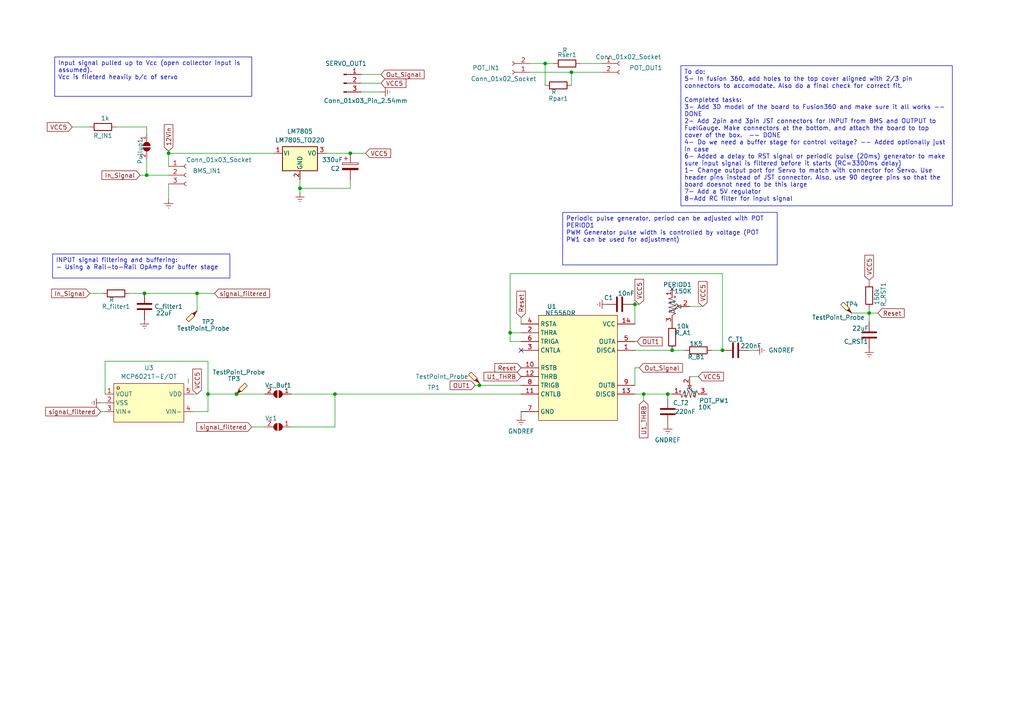
<source format=kicad_sch>
(kicad_sch (version 20230121) (generator eeschema)
  (paper "A4")
  (lib_symbols
    (symbol "Connector:Conn_01x02_Socket" (pin_names (offset 1.016) hide)
      (property "Reference" "J" (at 0 2.54 0))
      (property "Value" "Conn_01x02_Socket" (at 0 -5.08 0))
      (symbol "Conn_01x02_Socket_1_1"
        (arc (start 0 -2.032) (mid -0.5058 -2.54) (end 0 -3.048) (stroke (width 0.1524)))
        (polyline (pts (xy -1.27 -2.54) (xy -0.508 -2.54)) (stroke (width 0.1524)))
        (polyline (pts (xy -1.27 0) (xy -0.508 0)) (stroke (width 0.1524)))
        (arc (start 0 0.508) (mid -0.5058 0) (end 0 -0.508) (stroke (width 0.1524)))
        (pin passive line (at -5.08 0 0) (length 3.81) (name "Pin_1") (number "1"))
        (pin passive line (at -5.08 -2.54 0) (length 3.81) (name "Pin_2") (number "2"))
      )
    )
    (symbol "Connector:Conn_01x03_Pin" (pin_names (offset 1.016) hide)
      (property "Reference" "J" (at 0 5.08 0))
      (property "Value" "Conn_01x03_Pin" (at 0 -5.08 0))
      (symbol "Conn_01x03_Pin_1_1"
        (polyline (pts (xy 1.27 -2.54) (xy 0.8636 -2.54)) (stroke (width 0.1524)))
        (polyline (pts (xy 1.27 0) (xy 0.8636 0)) (stroke (width 0.1524)))
        (polyline (pts (xy 1.27 2.54) (xy 0.8636 2.54)) (stroke (width 0.1524)))
        (rectangle (start 0.8636 -2.413) (end 0 -2.667) (stroke (width 0.1524)) (fill (type outline)))
        (rectangle (start 0.8636 0.127) (end 0 -0.127) (stroke (width 0.1524)) (fill (type outline)))
        (rectangle (start 0.8636 2.667) (end 0 2.413) (stroke (width 0.1524)) (fill (type outline)))
        (pin passive line (at 5.08 2.54 180) (length 3.81) (name "Pin_1") (number "1"))
        (pin passive line (at 5.08 0 180) (length 3.81) (name "Pin_2") (number "2"))
        (pin passive line (at 5.08 -2.54 180) (length 3.81) (name "Pin_3") (number "3"))
      )
    )
    (symbol "Connector:Conn_01x03_Socket" (pin_names (offset 1.016) hide)
      (property "Reference" "J" (at 0 5.08 0))
      (property "Value" "Conn_01x03_Socket" (at 0 -5.08 0))
      (symbol "Conn_01x03_Socket_1_1"
        (arc (start 0 -2.032) (mid -0.5058 -2.54) (end 0 -3.048) (stroke (width 0.1524)))
        (polyline (pts (xy -1.27 -2.54) (xy -0.508 -2.54)) (stroke (width 0.1524)))
        (polyline (pts (xy -1.27 0) (xy -0.508 0)) (stroke (width 0.1524)))
        (polyline (pts (xy -1.27 2.54) (xy -0.508 2.54)) (stroke (width 0.1524)))
        (arc (start 0 0.508) (mid -0.5058 0) (end 0 -0.508) (stroke (width 0.1524)))
        (arc (start 0 3.048) (mid -0.5058 2.54) (end 0 2.032) (stroke (width 0.1524)))
        (pin passive line (at -5.08 2.54 0) (length 3.81) (name "Pin_1") (number "1"))
        (pin passive line (at -5.08 0 0) (length 3.81) (name "Pin_2") (number "2"))
        (pin passive line (at -5.08 -2.54 0) (length 3.81) (name "Pin_3") (number "3"))
      )
    )
    (symbol "Connector:TestPoint_Probe" (pin_numbers hide) (pin_names (offset 0.762) hide)
      (property "Reference" "TP" (at 1.651 5.842 0))
      (property "Value" "TestPoint_Probe" (at 1.651 4.064 0))
      (symbol "TestPoint_Probe_0_1"
        (polyline (pts (xy 1.27 0.762) (xy 0 0) (xy 0.762 1.27) (xy 1.27 0.762)) (fill (type outline)))
        (polyline (pts (xy 1.397 0.635) (xy 0.635 1.397) (xy 2.413 3.175) (xy 3.175 2.413) (xy 1.397 0.635)) (fill (type background)))
      )
      (symbol "TestPoint_Probe_1_1"
        (pin passive line (at 0 0 90) (length 0) (name "1") (number "1"))
      )
    )
    (symbol "Device:C" (pin_numbers hide) (pin_names (offset 0.254))
      (property "Reference" "C" (at 0.635 2.54 0))
      (property "Value" "C" (at 0.635 -2.54 0))
      (symbol "C_0_1"
        (polyline (pts (xy -2.032 -0.762) (xy 2.032 -0.762)) (stroke (width 0.508)))
        (polyline (pts (xy -2.032 0.762) (xy 2.032 0.762)) (stroke (width 0.508)))
      )
      (symbol "C_1_1"
        (pin passive line (at 0 3.81 270) (length 2.794) (name "~") (number "1"))
        (pin passive line (at 0 -3.81 90) (length 2.794) (name "~") (number "2"))
      )
    )
    (symbol "Device:C_Polarized" (pin_numbers hide) (pin_names (offset 0.254))
      (property "Reference" "C" (at 0.635 2.54 0))
      (property "Value" "C_Polarized" (at 0.635 -2.54 0))
      (symbol "C_Polarized_0_1"
        (rectangle (start -2.286 0.508) (end 2.286 1.016))
        (polyline (pts (xy -1.778 2.286) (xy -0.762 2.286)))
        (polyline (pts (xy -1.27 2.794) (xy -1.27 1.778)))
        (rectangle (start 2.286 -0.508) (end -2.286 -1.016) (fill (type outline)))
      )
      (symbol "C_Polarized_1_1"
        (pin passive line (at 0 3.81 270) (length 2.794) (name "~") (number "1"))
        (pin passive line (at 0 -3.81 90) (length 2.794) (name "~") (number "2"))
      )
    )
    (symbol "Device:R" (pin_numbers hide) (pin_names (offset 0))
      (property "Reference" "R" (at 2.032 0 90))
      (property "Value" "R" (at 0 0 90))
      (symbol "R_0_1"
        (rectangle (start -1.016 -2.54) (end 1.016 2.54) (stroke (width 0.254)))
      )
      (symbol "R_1_1"
        (pin passive line (at 0 3.81 270) (length 1.27) (name "~") (number "1"))
        (pin passive line (at 0 -3.81 90) (length 1.27) (name "~") (number "2"))
      )
    )
    (symbol "Jumper:SolderJumper_2_Open" (pin_names (offset 0) hide)
      (property "Reference" "JP" (at 0 2.032 0))
      (property "Value" "SolderJumper_2_Open" (at 0 -2.54 0))
      (symbol "SolderJumper_2_Open_0_1"
        (arc (start -0.254 1.016) (mid -1.2656 0) (end -0.254 -1.016))
        (arc (start -0.254 1.016) (mid -1.2656 0) (end -0.254 -1.016) (fill (type outline)))
        (polyline (pts (xy -0.254 1.016) (xy -0.254 -1.016)))
        (polyline (pts (xy 0.254 1.016) (xy 0.254 -1.016)))
        (arc (start 0.254 -1.016) (mid 1.2656 0) (end 0.254 1.016))
        (arc (start 0.254 -1.016) (mid 1.2656 0) (end 0.254 1.016) (fill (type outline)))
      )
      (symbol "SolderJumper_2_Open_1_1"
        (pin passive line (at -3.81 0 0) (length 2.54) (name "A") (number "1"))
        (pin passive line (at 3.81 0 180) (length 2.54) (name "B") (number "2"))
      )
    )
    (symbol "Regulator_Linear:LM7805_TO220" (pin_names (offset 0.254))
      (property "Reference" "U" (at -3.81 3.175 0))
      (property "Value" "LM7805_TO220" (at 0 3.175 0))
      (symbol "LM7805_TO220_0_1"
        (rectangle (start -5.08 1.905) (end 5.08 -5.08) (stroke (width 0.254)) (fill (type background)))
      )
      (symbol "LM7805_TO220_1_1"
        (pin power_in line (at -7.62 0 0) (length 2.54) (name "VI") (number "1"))
        (pin power_in line (at 0 -7.62 90) (length 2.54) (name "GND") (number "2"))
        (pin power_out line (at 7.62 0 180) (length 2.54) (name "VO") (number "3"))
      )
    )
    (symbol "easyeda2kicad:601030"
      (property "Reference" "R" (at 0 10.16 0))
      (property "Value" "601030" (at 0 -5.08 0))
      (symbol "601030_0_1"
        (circle (center -2.79 0.76) (radius 0.25))
        (polyline (pts (xy -2.29 -1.02) (xy -2.54 0)))
        (polyline (pts (xy -1.52 1.02) (xy -2.29 -1.02)))
        (polyline (pts (xy -1.02 -1.02) (xy -1.52 1.02)))
        (polyline (pts (xy -0.25 1.02) (xy -1.02 -1.02)))
        (polyline (pts (xy 0 2.54) (xy 0 1.52)))
        (polyline (pts (xy 0.25 -1.02) (xy -0.25 1.02)))
        (polyline (pts (xy 0.76 1.02) (xy 0.25 -1.02)))
        (polyline (pts (xy 1.52 -1.02) (xy 0.76 1.02)))
        (polyline (pts (xy 2.03 1.02) (xy 1.52 -1.02)))
        (polyline (pts (xy 2.54 0) (xy 2.03 1.02)))
        (polyline (pts (xy 0.51 2.54) (xy 0 1.52) (xy -0.51 2.54) (xy 0.51 2.54)) (fill (type background)))
        (pin unspecified line (at -5.08 0 0) (length 2.54) (name "1") (number "1"))
        (pin unspecified line (at 0 5.08 270) (length 2.54) (name "2") (number "2"))
        (pin unspecified line (at 5.08 0 180) (length 2.54) (name "3") (number "3"))
      )
    )
    (symbol "easyeda2kicad:MCP6021T-E_OT"
      (property "Reference" "U" (at 0 7.62 0))
      (property "Value" "MCP6021T-E/OT" (at 0 -7.62 0))
      (symbol "MCP6021T-E_OT_0_1"
        (rectangle (start -10.16 5.59) (end 10.16 -5.59) (fill (type background)))
        (circle (center -8.89 4.32) (radius 0.38))
        (circle (center -8.89 4.32) (radius 0.38))
        (pin unspecified line (at -12.7 2.54 0) (length 2.54) (name "VOUT") (number "1"))
        (pin unspecified line (at -12.7 0 0) (length 2.54) (name "VSS") (number "2"))
        (pin unspecified line (at -12.7 -2.54 0) (length 2.54) (name "VIN+") (number "3"))
        (pin unspecified line (at 12.7 -2.54 180) (length 2.54) (name "VIN-") (number "4"))
        (pin unspecified line (at 12.7 2.54 180) (length 2.54) (name "VDD") (number "5"))
      )
    )
    (symbol "easyeda2kicad:NE556DR"
      (property "Reference" "U" (at 0 17.78 0))
      (property "Value" "NE556DR" (at 0 -17.78 0))
      (symbol "NE556DR_0_1"
        (rectangle (start -11.43 15.24) (end 11.43 -15.24) (fill (type background)))
        (pin unspecified line (at 16.51 5.08 180) (length 5.08) (name "DISCA") (number "1"))
        (pin unspecified line (at -16.51 0 0) (length 5.08) (name "RSTB") (number "10"))
        (pin unspecified line (at -16.51 -7.62 0) (length 5.08) (name "CNTLB") (number "11"))
        (pin unspecified line (at -16.51 -2.54 0) (length 5.08) (name "THRB") (number "12"))
        (pin unspecified line (at 16.51 -7.62 180) (length 5.08) (name "DISCB") (number "13"))
        (pin power_in line (at 16.51 12.7 180) (length 5.08) (name "VCC") (number "14"))
        (pin unspecified line (at -16.51 10.16 0) (length 5.08) (name "THRA") (number "2"))
        (pin unspecified line (at -16.51 5.08 0) (length 5.08) (name "CNTLA") (number "3"))
        (pin unspecified line (at -16.51 12.7 0) (length 5.08) (name "RSTA") (number "4"))
        (pin output line (at 16.51 7.62 180) (length 5.08) (name "OUTA") (number "5"))
        (pin unspecified line (at -16.51 7.62 0) (length 5.08) (name "TRIGA") (number "6"))
        (pin power_in line (at -16.51 -12.7 0) (length 5.08) (name "GND") (number "7"))
        (pin unspecified line (at -16.51 -5.08 0) (length 5.08) (name "TRIGB") (number "8"))
        (pin output line (at 16.51 -5.08 180) (length 5.08) (name "OUTB") (number "9"))
      )
    )
    (symbol "power:GNDREF" (power) (pin_names (offset 0))
      (property "Value" "GNDREF" (at 0 -3.81 0))
      (symbol "GNDREF_0_1"
        (polyline (pts (xy -0.635 -1.905) (xy 0.635 -1.905)))
        (polyline (pts (xy -0.127 -2.54) (xy 0.127 -2.54)))
        (polyline (pts (xy 0 -1.27) (xy 0 0)))
        (polyline (pts (xy 1.27 -1.27) (xy -1.27 -1.27)))
      )
      (symbol "GNDREF_1_1"
        (pin power_in line (at 0 0 270) (length 0) hide (name "GNDREF") (number "1"))
      )
    )
  )
  (junction (at 194.945 101.6))
  (junction (at 186.69 114.3))
  (junction (at 57.15 85.09))
  (junction (at 184.15 88.265))
  (junction (at 48.895 44.45))
  (junction (at 101.6 44.45))
  (junction (at 158.115 18.415))
  (junction (at 41.91 85.09))
  (junction (at 147.955 96.52))
  (junction (at 209.55 101.6))
  (junction (at 97.155 114.3))
  (junction (at 139.065 111.76))
  (junction (at 86.995 54.61))
  (junction (at 193.675 114.3))
  (junction (at 165.735 20.955))
  (junction (at 68.58 114.3))
  (junction (at 42.545 50.8))
  (junction (at 60.325 114.3))
  (junction (at 252.095 90.805))
  (no_connect (at 194.945 83.82))
  (no_connect (at 151.13 101.6))
  (wire (pts (xy 247.015 90.805) (xy 252.095 90.805)))
  (wire (pts (xy 57.15 85.09) (xy 62.23 85.09)))
  (wire (pts (xy 184.15 106.68) (xy 185.42 106.68)))
  (wire (pts (xy 165.735 20.955) (xy 174.625 20.955)))
  (wire (pts (xy 186.69 114.3) (xy 193.675 114.3)))
  (wire (pts (xy 184.15 114.3) (xy 186.69 114.3)))
  (wire (pts (xy 48.895 53.34) (xy 48.895 57.785)))
  (wire (pts (xy 110.49 21.59) (xy 104.775 21.59)))
  (wire (pts (xy 153.67 18.415) (xy 158.115 18.415)))
  (wire (pts (xy 48.895 44.45) (xy 79.375 44.45)))
  (wire (pts (xy 60.325 114.3) (xy 60.325 119.38)))
  (wire (pts (xy 153.67 20.955) (xy 165.735 20.955)))
  (wire (pts (xy 54.61 111.125) (xy 54.61 109.855)))
  (wire (pts (xy 151.13 99.06) (xy 147.955 99.06)))
  (wire (pts (xy 40.64 50.8) (xy 42.545 50.8)))
  (wire (pts (xy 60.325 104.775) (xy 60.325 114.3)))
  (wire (pts (xy 48.895 43.815) (xy 48.895 44.45)))
  (wire (pts (xy 86.995 55.88) (xy 86.995 54.61)))
  (wire (pts (xy 184.15 101.6) (xy 194.945 101.6)))
  (wire (pts (xy 193.675 114.3) (xy 194.945 114.3)))
  (wire (pts (xy 57.15 114.3) (xy 55.88 114.3)))
  (wire (pts (xy 97.155 114.3) (xy 151.13 114.3)))
  (wire (pts (xy 41.91 85.09) (xy 57.15 85.09)))
  (wire (pts (xy 86.995 54.61) (xy 86.995 52.07)))
  (wire (pts (xy 147.955 99.06) (xy 147.955 96.52)))
  (wire (pts (xy 137.795 111.76) (xy 139.065 111.76)))
  (wire (pts (xy 84.455 123.825) (xy 97.155 123.825)))
  (wire (pts (xy 42.545 46.355) (xy 42.545 50.8)))
  (wire (pts (xy 202.565 109.22) (xy 200.025 109.22)))
  (wire (pts (xy 209.55 101.6) (xy 209.55 79.375)))
  (wire (pts (xy 42.545 36.83) (xy 33.655 36.83)))
  (wire (pts (xy 60.325 114.3) (xy 68.58 114.3)))
  (wire (pts (xy 151.13 92.075) (xy 151.13 93.98)))
  (wire (pts (xy 193.675 115.57) (xy 193.675 114.3)))
  (wire (pts (xy 203.835 88.9) (xy 200.025 88.9)))
  (wire (pts (xy 252.095 81.28) (xy 252.095 81.915)))
  (wire (pts (xy 158.115 18.415) (xy 160.655 18.415)))
  (wire (pts (xy 110.49 26.67) (xy 104.775 26.67)))
  (wire (pts (xy 206.375 101.6) (xy 209.55 101.6)))
  (wire (pts (xy 84.455 114.3) (xy 97.155 114.3)))
  (wire (pts (xy 42.545 50.8) (xy 48.895 50.8)))
  (wire (pts (xy 60.325 119.38) (xy 55.88 119.38)))
  (wire (pts (xy 185.42 88.265) (xy 184.15 88.265)))
  (wire (pts (xy 37.465 85.09) (xy 41.91 85.09)))
  (wire (pts (xy 165.735 20.955) (xy 165.735 24.765)))
  (wire (pts (xy 158.115 18.415) (xy 158.115 24.765)))
  (wire (pts (xy 209.55 79.375) (xy 147.955 79.375)))
  (wire (pts (xy 252.095 90.805) (xy 252.095 93.345)))
  (wire (pts (xy 26.035 85.09) (xy 29.845 85.09)))
  (wire (pts (xy 57.15 85.09) (xy 57.15 90.17)))
  (wire (pts (xy 29.21 116.84) (xy 30.48 116.84)))
  (wire (pts (xy 68.58 114.3) (xy 76.835 114.3)))
  (wire (pts (xy 101.6 54.61) (xy 86.995 54.61)))
  (wire (pts (xy 151.13 120.65) (xy 151.13 119.38)))
  (wire (pts (xy 106.045 44.45) (xy 101.6 44.45)))
  (wire (pts (xy 110.49 24.13) (xy 104.775 24.13)))
  (wire (pts (xy 101.6 44.45) (xy 94.615 44.45)))
  (wire (pts (xy 30.48 114.3) (xy 30.48 104.775)))
  (wire (pts (xy 147.955 96.52) (xy 151.13 96.52)))
  (wire (pts (xy 20.955 36.83) (xy 26.035 36.83)))
  (wire (pts (xy 184.15 88.265) (xy 183.515 88.265)))
  (wire (pts (xy 139.065 111.125) (xy 139.065 111.76)))
  (wire (pts (xy 139.065 111.76) (xy 151.13 111.76)))
  (wire (pts (xy 217.17 101.6) (xy 219.075 101.6)))
  (wire (pts (xy 73.025 123.825) (xy 76.835 123.825)))
  (wire (pts (xy 186.69 116.205) (xy 186.69 114.3)))
  (wire (pts (xy 48.895 44.45) (xy 48.895 48.26)))
  (wire (pts (xy 168.275 18.415) (xy 174.625 18.415)))
  (wire (pts (xy 252.095 89.535) (xy 252.095 90.805)))
  (wire (pts (xy 184.785 99.06) (xy 184.15 99.06)))
  (wire (pts (xy 101.6 52.07) (xy 101.6 54.61)))
  (wire (pts (xy 194.945 101.6) (xy 198.755 101.6)))
  (wire (pts (xy 30.48 104.775) (xy 60.325 104.775)))
  (wire (pts (xy 42.545 36.83) (xy 42.545 38.735)))
  (wire (pts (xy 29.21 119.38) (xy 30.48 119.38)))
  (wire (pts (xy 184.15 106.68) (xy 184.15 111.76)))
  (wire (pts (xy 97.155 123.825) (xy 97.155 114.3)))
  (wire (pts (xy 147.955 79.375) (xy 147.955 96.52)))
  (wire (pts (xy 252.095 90.805) (xy 254.635 90.805)))
  (wire (pts (xy 184.15 88.265) (xy 184.15 93.98)))
  (text_box "To do:\n5- In fusion 360, add holes to the top cover aligned with 2/3 pin connectors to accomodate. Also do a final check for correct fit.\n\nCompleted tasks:\n3- Add 3D model of the board to Fusion360 and make sure it all works -- DONE\n2- Add 2pin and 3pin JST connectors for INPUT from BMS and OUTPUT to FuelGauge. Make connectors at the bottom, and attach the board to top cover of the box.  -- DONE\n4- Do we need a buffer stage for control voltage? -- Added optionally just in case\n6- Added a delay to RST signal or periodic pulse (20ms) generator to make sure input signal is filtered before it starts (RC=3300ms delay)\n1- Change output port for Servo to match with connector for Servo. Use header pins instead of JST connector. Also, use 90 degree pins so that the board doesnot need to be this large\n7- Add a 5V regulator\n8-Add RC filter for input signal" (at 197.485 19.05 0) (size 78.74 40.64) (effects (font (size 1.27 1.27)) (justify left top)))
  (text_box "Periodic pulse generator, period can be adjusted with POT PERIOD1\nPWM Generator pulse width is controlled by voltage (POT PW1 can be used for adjustment)\n" (at 163.195 61.595 0) (size 62.23 15.24) (effects (font (size 1.27 1.27)) (justify left top)))
  (text_box "Input signal pulled up to Vcc (open collector input is assumed).\nVcc is fileterd heavily b/c of servo " (at 15.875 16.51 0) (size 57.15 11.43) (effects (font (size 1.27 1.27)) (justify left top)))
  (text_box "INPUT signal filtering and buffering:\n- Using a Rail-to-Rail OpAmp for buffer stage\n" (at 15.24 73.66 0) (size 51.435 6.985) (effects (font (size 1.27 1.27)) (justify left top)))
  (global_label "VCC5" (shape input) (at 185.42 88.265 90) (property "Intersheetrefs" "${INTERSHEET_REFS}" (effects hide)))
  (global_label "VCC5" (shape input) (at 106.045 44.45 0) (property "Intersheetrefs" "${INTERSHEET_REFS}" (effects hide)))
  (global_label "OUT1" (shape input) (at 184.785 99.06 0) (property "Intersheetrefs" "${INTERSHEET_REFS}" (effects hide)))
  (global_label "Reset" (shape input) (at 254.635 90.805 0) (property "Intersheetrefs" "${INTERSHEET_REFS}" (effects hide)))
  (global_label "VCC5" (shape input) (at 203.835 88.9 90) (property "Intersheetrefs" "${INTERSHEET_REFS}" (effects hide)))
  (global_label "U1_THRB" (shape input) (at 186.69 116.205 270) (property "Intersheetrefs" "${INTERSHEET_REFS}" (effects hide)))
  (global_label "VCC5" (shape input) (at 202.565 109.22 0) (property "Intersheetrefs" "${INTERSHEET_REFS}" (effects hide)))
  (global_label "signal_filtered" (shape input) (at 29.21 119.38 180) (property "Intersheetrefs" "${INTERSHEET_REFS}" (effects hide)))
  (global_label "In_Signal" (shape input) (at 26.035 85.09 180) (property "Intersheetrefs" "${INTERSHEET_REFS}" (effects hide)))
  (global_label "VCC5" (shape input) (at 110.49 24.13 0) (property "Intersheetrefs" "${INTERSHEET_REFS}" (effects hide)))
  (global_label "U1_THRB" (shape input) (at 151.13 109.22 180) (property "Intersheetrefs" "${INTERSHEET_REFS}" (effects hide)))
  (global_label "In_Signal" (shape input) (at 40.64 50.8 180) (property "Intersheetrefs" "${INTERSHEET_REFS}" (effects hide)))
  (global_label "Out_Signal" (shape input) (at 185.42 106.68 0) (property "Intersheetrefs" "${INTERSHEET_REFS}" (effects hide)))
  (global_label "Out_Signal" (shape input) (at 110.49 21.59 0) (property "Intersheetrefs" "${INTERSHEET_REFS}" (effects hide)))
  (global_label "signal_filtered" (shape input) (at 73.025 123.825 180) (property "Intersheetrefs" "${INTERSHEET_REFS}" (effects hide)))
  (global_label "Reset" (shape input) (at 151.13 92.075 90) (property "Intersheetrefs" "${INTERSHEET_REFS}" (effects hide)))
  (global_label "Reset" (shape input) (at 151.13 106.68 180) (property "Intersheetrefs" "${INTERSHEET_REFS}" (effects hide)))
  (global_label "signal_filtered" (shape input) (at 62.23 85.09 0) (property "Intersheetrefs" "${INTERSHEET_REFS}" (effects hide)))
  (global_label "OUT1" (shape input) (at 137.795 111.76 180) (property "Intersheetrefs" "${INTERSHEET_REFS}" (effects hide)))
  (global_label "VCC5" (shape input) (at 252.095 81.28 90) (property "Intersheetrefs" "${INTERSHEET_REFS}" (effects hide)))
  (global_label "VCC5" (shape input) (at 57.15 114.3 90) (property "Intersheetrefs" "${INTERSHEET_REFS}" (effects hide)))
  (global_label "VCC5" (shape input) (at 20.955 36.83 180) (property "Intersheetrefs" "${INTERSHEET_REFS}" (effects hide)))
  (global_label "12Vin" (shape input) (at 48.895 43.815 90) (property "Intersheetrefs" "${INTERSHEET_REFS}" (effects hide)))
  (symbol (lib_id "Connector:Conn_01x03_Pin") (at 99.695 24.13 0) (unit 1) (in_bom no)
    (property "Reference" "SERVO_OUT1" (at 100.33 18.415 0))
    (property "Value" "Conn_01x03_Pin_2.54mm" (at 106.045 29.21 0))
    (property "Footprint" "Connector_PinHeader_2.54mm:PinHeader_1x03_P2.54mm_Horizontal" (effects hide))
  )
  (symbol (lib_id "Device:R") (at 33.655 85.09 270) (unit 1) (in_bom no)
    (property "Reference" "R_filter1" (at 33.655 88.9 90))
    (property "Value" "R" (at 32.385 86.995 90))
    (property "Footprint" "Resistor_THT:R_Axial_DIN0207_L6.3mm_D2.5mm_P10.16mm_Horizontal" (effects hide))
  )
  (symbol (lib_id "Connector:TestPoint_Probe") (at 139.065 111.125 90) (unit 1) (in_bom no)
    (property "Reference" "TP1" (at 127.635 112.395 90) (effects (justify left)))
    (property "Value" "TestPoint_Probe" (at 135.89 109.22 90) (effects (justify left)))
    (property "Footprint" "TestPoint:TestPoint_Pad_1.5x1.5mm" (effects hide))
  )
  (symbol (lib_id "Jumper:SolderJumper_2_Open") (at 80.645 123.825 180) (unit 1) (in_bom no)
    (property "Reference" "Vc1" (at 76.835 121.285 0) (effects (justify right)))
    (property "Value" "SolderJumper_2_Open" (effects hide))
    (property "Footprint" "Custom:SolderJumper2_Open" (effects hide))
  )
  (symbol (lib_id "Connector:Conn_01x02_Socket") (at 179.705 18.415 0) (unit 1) (in_bom no)
    (property "Reference" "POT_OUT1" (at 187.325 19.685 0))
    (property "Value" "Conn_01x02_Socket" (at 182.245 16.51 0))
    (property "Footprint" "Connector_JST:JST_PH_B2B-PH-K_1x02_P2.00mm_Vertical" (effects hide))
  )
  (symbol (lib_id "power:GNDREF") (at 175.895 88.265 270) (unit 1)
    (property "Reference" "#PWR05" (effects hide))
    (property "Value" "GNDREF" (effects hide))
  )
  (symbol (lib_id "easyeda2kicad:NE556DR") (at 167.64 106.68 0) (unit 1)
    (property "Reference" "U1" (at 160.02 88.9 0))
    (property "Value" "NE556DR" (at 162.56 90.805 0))
    (property "Footprint" "easyeda2kicad:SOIC-14_L8.7-W3.9-P1.27-LS6.0-BL" (effects hide))
    (property "Datasheet" "https://lcsc.com/product-detail/Timer_TI_NE556DR_NE556DR_C7427.html" (effects hide))
    (property "LCSC Part" "C7427" (effects hide))
  )
  (symbol (lib_id "power:GNDREF") (at 193.675 123.19 0) (unit 1)
    (property "Reference" "#PWR010" (effects hide))
    (property "Value" "GNDREF" (at 193.675 127.635 0))
  )
  (symbol (lib_id "power:GNDREF") (at 219.075 101.6 90) (unit 1)
    (property "Reference" "#PWR02" (effects hide))
    (property "Value" "GNDREF" (at 222.885 101.6 90) (effects (justify right)))
  )
  (symbol (lib_id "power:GNDREF") (at 86.995 55.88 0) (unit 1)
    (property "Reference" "#PWR07" (effects hide))
    (property "Value" "GNDREF" (effects hide))
  )
  (symbol (lib_id "easyeda2kicad:MCP6021T-E_OT") (at 43.18 116.84 0) (unit 1)
    (property "Reference" "U3" (at 43.18 106.68 0))
    (property "Value" "MCP6021T-E/OT" (at 43.18 109.22 0))
    (property "Footprint" "easyeda2kicad:SOT-23-5_L3.0-W1.7-P0.95-LS2.8-BR" (effects hide))
    (property "Datasheet" "https://lcsc.com/product-detail/High-speed-WideBandOpAmps_MICROCHIP_MCP6021T-E-OT_MCP6021T-E-OT_C50538.html" (effects hide))
    (property "LCSC Part" "C50538" (effects hide))
  )
  (symbol (lib_id "Connector:TestPoint_Probe") (at 68.58 114.3 0) (unit 1) (in_bom no)
    (property "Reference" "TP3" (at 66.04 109.855 0) (effects (justify left)))
    (property "Value" "TestPoint_Probe" (at 61.595 107.95 0) (effects (justify left)))
    (property "Footprint" "TestPoint:TestPoint_Pad_1.5x1.5mm" (effects hide))
  )
  (symbol (lib_id "power:GNDREF") (at 151.13 120.65 0) (unit 1)
    (property "Reference" "#PWR09" (effects hide))
    (property "Value" "GNDREF" (at 151.13 125.095 0))
  )
  (symbol (lib_id "Device:C") (at 252.095 97.155 180) (unit 1)
    (property "Reference" "C_RST1" (at 248.285 99.06 0))
    (property "Value" "22uF" (at 249.555 95.25 0))
    (property "Footprint" "Capacitor_SMD:C_1206_3216Metric" (effects hide))
    (property "LCSC Param" "C12891" (effects hide))
  )
  (symbol (lib_id "Regulator_Linear:LM7805_TO220") (at 86.995 44.45 0) (unit 1) (in_bom no)
    (property "Reference" "LM7805" (at 86.995 38.1 0))
    (property "Value" "LM7805_TO220" (at 86.995 40.64 0))
    (property "Footprint" "Package_TO_SOT_THT:TO-220-3_Vertical" (effects hide))
    (property "Datasheet" "https://www.onsemi.cn/PowerSolutions/document/MC7800-D.PDF" (effects hide))
  )
  (symbol (lib_id "Device:R") (at 161.925 24.765 270) (unit 1) (in_bom no)
    (property "Reference" "Rpar1" (at 161.925 28.575 90))
    (property "Value" "R" (at 160.655 26.67 90))
    (property "Footprint" "Resistor_THT:R_Axial_DIN0207_L6.3mm_D2.5mm_P10.16mm_Horizontal" (effects hide))
  )
  (symbol (lib_id "power:GNDREF") (at 110.49 26.67 90) (unit 1)
    (property "Reference" "#PWR04" (effects hide))
    (property "Value" "GNDREF" (effects hide))
  )
  (symbol (lib_id "Device:C") (at 41.91 88.9 180) (unit 1)
    (property "Reference" "C_filter1" (at 48.895 88.9 0))
    (property "Value" "22uF" (at 47.625 90.805 0))
    (property "Footprint" "Capacitor_SMD:C_1206_3216Metric" (effects hide))
    (property "LCSC Param" "C12891" (effects hide))
  )
  (symbol (lib_id "power:GNDREF") (at 29.21 116.84 270) (unit 1)
    (property "Reference" "#PWR06" (effects hide))
    (property "Value" "GNDREF" (effects hide))
  )
  (symbol (lib_id "Connector:Conn_01x02_Socket") (at 148.59 20.955 180) (unit 1) (in_bom no)
    (property "Reference" "POT_IN1" (at 140.97 19.685 0))
    (property "Value" "Conn_01x02_Socket" (at 146.05 22.86 0))
    (property "Footprint" "Connector_JST:JST_PH_B2B-PH-K_1x02_P2.00mm_Vertical" (effects hide))
  )
  (symbol (lib_id "Device:C") (at 213.36 101.6 270) (unit 1)
    (property "Reference" "C_T1" (at 213.36 98.425 90))
    (property "Value" "220nF" (at 217.805 100.33 90))
    (property "Footprint" "Capacitor_SMD:C_0805_2012Metric" (effects hide))
    (property "LCSC Param" "C5378" (effects hide))
  )
  (symbol (lib_id "Device:C_Polarized") (at 101.6 48.26 0) (unit 1) (in_bom no)
    (property "Reference" "C2" (at 95.885 48.895 0) (effects (justify left)))
    (property "Value" "330uF" (at 93.345 46.355 0) (effects (justify left)))
    (property "Footprint" "Capacitor_THT:CP_Radial_D10.0mm_P5.00mm" (effects hide))
  )
  (symbol (lib_id "Connector:TestPoint_Probe") (at 247.015 90.805 90) (unit 1) (in_bom no)
    (property "Reference" "TP4" (at 248.92 88.265 90) (effects (justify left)))
    (property "Value" "TestPoint_Probe" (at 250.825 92.075 90) (effects (justify left)))
    (property "Footprint" "TestPoint:TestPoint_Pad_1.5x1.5mm" (effects hide))
  )
  (symbol (lib_id "Connector:TestPoint_Probe") (at 57.15 90.17 180) (unit 1) (in_bom no)
    (property "Reference" "TP2" (at 62.23 93.345 0) (effects (justify left)))
    (property "Value" "TestPoint_Probe" (at 66.675 95.25 0) (effects (justify left)))
    (property "Footprint" "TestPoint:TestPoint_Pad_1.5x1.5mm" (effects hide))
  )
  (symbol (lib_id "Jumper:SolderJumper_2_Open") (at 80.645 114.3 180) (unit 1) (in_bom no)
    (property "Reference" "Vc_Buf1" (at 76.835 111.76 0) (effects (justify right)))
    (property "Value" "SolderJumper_2_Open" (effects hide))
    (property "Footprint" "Custom:SolderJumper2_Open" (effects hide))
  )
  (symbol (lib_id "Device:C") (at 193.675 119.38 180) (unit 1)
    (property "Reference" "C_T2" (at 197.485 116.84 0))
    (property "Value" "220nF" (at 198.755 119.38 0))
    (property "Footprint" "Capacitor_SMD:C_0805_2012Metric" (effects hide))
    (property "LCSC Param" "C5378" (effects hide))
  )
  (symbol (lib_id "Device:R") (at 202.565 101.6 270) (unit 1)
    (property "Reference" "R_B1" (at 201.93 103.505 90))
    (property "Value" "1K5" (at 201.93 99.695 90))
    (property "Footprint" "Resistor_SMD:R_0805_2012Metric" (effects hide))
    (property "LCSC Part" "C4310" (effects hide))
  )
  (symbol (lib_id "easyeda2kicad:601030") (at 200.025 114.3 0) (unit 1) (in_bom no)
    (property "Reference" "POT_PW1" (at 211.455 116.205 0) (effects (justify right)))
    (property "Value" "10K" (at 206.375 118.11 0) (effects (justify right)))
    (property "Footprint" "easyeda2kicad:RES-ARRAY-TH_601030" (effects hide))
  )
  (symbol (lib_id "Jumper:SolderJumper_2_Open") (at 42.545 42.545 270) (unit 1) (in_bom no)
    (property "Reference" "Pullup1" (at 40.64 47.625 0) (effects (justify right)))
    (property "Value" "SolderJumper_2_Open" (effects hide))
    (property "Footprint" "Custom:SolderJumper2_Open" (effects hide))
  )
  (symbol (lib_id "Device:C") (at 179.705 88.265 90) (unit 1)
    (property "Reference" "C1" (at 176.53 86.36 90))
    (property "Value" "10nF" (at 181.61 85.09 90))
    (property "Footprint" "Capacitor_SMD:C_0805_2012Metric" (effects hide))
    (property "LCSC Param" "C1710" (effects hide))
  )
  (symbol (lib_id "Device:R") (at 164.465 18.415 90) (unit 1) (in_bom no)
    (property "Reference" "Rser1" (at 164.465 15.875 90))
    (property "Value" "R" (at 163.83 14.605 90))
    (property "Footprint" "Resistor_THT:R_Axial_DIN0207_L6.3mm_D2.5mm_P10.16mm_Horizontal" (effects hide))
  )
  (symbol (lib_id "power:GNDREF") (at 48.895 57.785 0) (unit 1)
    (property "Reference" "#PWR01" (effects hide))
    (property "Value" "GNDREF" (effects hide))
  )
  (symbol (lib_id "easyeda2kicad:601030") (at 194.945 88.9 270) (unit 1) (in_bom no)
    (property "Reference" "PERIOD1" (at 200.66 82.55 90) (effects (justify right)))
    (property "Value" "150K" (at 200.66 84.455 90) (effects (justify right)))
    (property "Footprint" "easyeda2kicad:RES-ARRAY-TH_601030" (effects hide))
  )
  (symbol (lib_id "power:GNDREF") (at 252.095 100.965 0) (unit 1)
    (property "Reference" "#PWR03" (effects hide))
    (property "Value" "GNDREF" (effects hide))
  )
  (symbol (lib_id "Device:R") (at 194.945 97.79 0) (unit 1)
    (property "Reference" "R_A1" (at 198.12 96.52 0))
    (property "Value" "10k" (at 198.12 94.615 0))
    (property "Footprint" "Resistor_SMD:R_0805_2012Metric" (effects hide))
    (property "LCSC Part" "C17414" (effects hide))
  )
  (symbol (lib_id "Device:R") (at 29.845 36.83 90) (unit 1)
    (property "Reference" "R_IN1" (at 29.845 39.37 90))
    (property "Value" "1k" (at 30.48 34.29 90))
    (property "Footprint" "Resistor_SMD:R_0805_2012Metric" (effects hide))
    (property "LCSC Part" "C17513" (effects hide))
  )
  (symbol (lib_id "Connector:Conn_01x03_Socket") (at 53.975 50.8 0) (unit 1) (in_bom no)
    (property "Reference" "BMS_IN1" (at 55.88 49.53 0) (effects (justify left)))
    (property "Value" "Conn_01x03_Socket" (at 53.975 46.355 0) (effects (justify left)))
    (property "Footprint" "Connector_JST:JST_PH_B3B-PH-K_1x03_P2.00mm_Vertical" (effects hide))
  )
  (symbol (lib_id "Device:R") (at 252.095 85.725 180) (unit 1)
    (property "Reference" "R_RST1" (at 256.2225 85.4075 90))
    (property "Value" "150k" (at 254.3175 86.0425 90))
    (property "Footprint" "Resistor_SMD:R_0805_2012Metric" (effects hide))
    (property "LCSC Part" "C17470" (effects hide))
  )
  (symbol (lib_id "power:GNDREF") (at 41.91 92.71 0) (unit 1)
    (property "Reference" "#PWR08" (effects hide))
    (property "Value" "GNDREF" (effects hide))
  )
)
</source>
